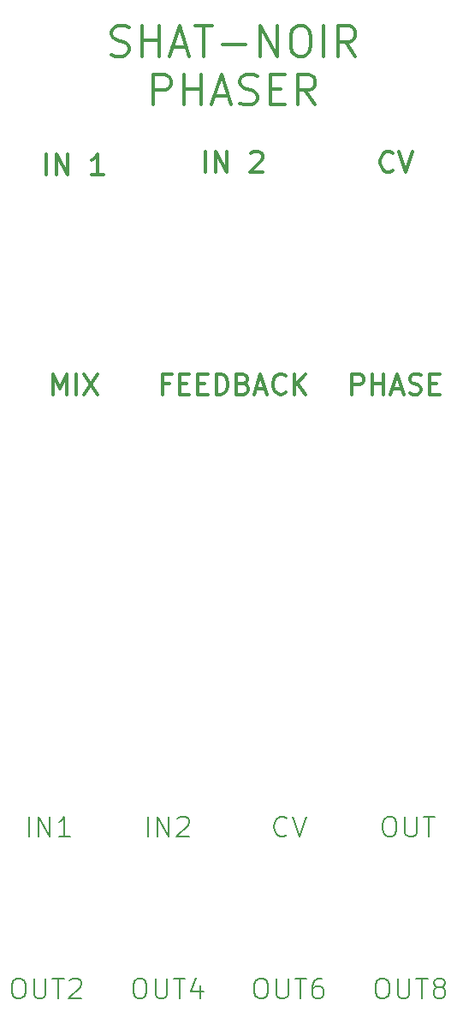
<source format=gbr>
G04 #@! TF.GenerationSoftware,KiCad,Pcbnew,(5.1.9-0-10_14)*
G04 #@! TF.CreationDate,2021-02-15T21:42:09-08:00*
G04 #@! TF.ProjectId,shatnoir,73686174-6e6f-4697-922e-6b696361645f,rev?*
G04 #@! TF.SameCoordinates,Original*
G04 #@! TF.FileFunction,Legend,Top*
G04 #@! TF.FilePolarity,Positive*
%FSLAX46Y46*%
G04 Gerber Fmt 4.6, Leading zero omitted, Abs format (unit mm)*
G04 Created by KiCad (PCBNEW (5.1.9-0-10_14)) date 2021-02-15 21:42:09*
%MOMM*%
%LPD*%
G01*
G04 APERTURE LIST*
%ADD10C,0.200000*%
%ADD11C,0.300000*%
G04 APERTURE END LIST*
D10*
X39797619Y-95654761D02*
X40178571Y-95654761D01*
X40369047Y-95750000D01*
X40559523Y-95940476D01*
X40654761Y-96321428D01*
X40654761Y-96988095D01*
X40559523Y-97369047D01*
X40369047Y-97559523D01*
X40178571Y-97654761D01*
X39797619Y-97654761D01*
X39607142Y-97559523D01*
X39416666Y-97369047D01*
X39321428Y-96988095D01*
X39321428Y-96321428D01*
X39416666Y-95940476D01*
X39607142Y-95750000D01*
X39797619Y-95654761D01*
X41511904Y-95654761D02*
X41511904Y-97273809D01*
X41607142Y-97464285D01*
X41702380Y-97559523D01*
X41892857Y-97654761D01*
X42273809Y-97654761D01*
X42464285Y-97559523D01*
X42559523Y-97464285D01*
X42654761Y-97273809D01*
X42654761Y-95654761D01*
X43321428Y-95654761D02*
X44464285Y-95654761D01*
X43892857Y-97654761D02*
X43892857Y-95654761D01*
X45416666Y-96511904D02*
X45226190Y-96416666D01*
X45130952Y-96321428D01*
X45035714Y-96130952D01*
X45035714Y-96035714D01*
X45130952Y-95845238D01*
X45226190Y-95750000D01*
X45416666Y-95654761D01*
X45797619Y-95654761D01*
X45988095Y-95750000D01*
X46083333Y-95845238D01*
X46178571Y-96035714D01*
X46178571Y-96130952D01*
X46083333Y-96321428D01*
X45988095Y-96416666D01*
X45797619Y-96511904D01*
X45416666Y-96511904D01*
X45226190Y-96607142D01*
X45130952Y-96702380D01*
X45035714Y-96892857D01*
X45035714Y-97273809D01*
X45130952Y-97464285D01*
X45226190Y-97559523D01*
X45416666Y-97654761D01*
X45797619Y-97654761D01*
X45988095Y-97559523D01*
X46083333Y-97464285D01*
X46178571Y-97273809D01*
X46178571Y-96892857D01*
X46083333Y-96702380D01*
X45988095Y-96607142D01*
X45797619Y-96511904D01*
X27797619Y-95654761D02*
X28178571Y-95654761D01*
X28369047Y-95750000D01*
X28559523Y-95940476D01*
X28654761Y-96321428D01*
X28654761Y-96988095D01*
X28559523Y-97369047D01*
X28369047Y-97559523D01*
X28178571Y-97654761D01*
X27797619Y-97654761D01*
X27607142Y-97559523D01*
X27416666Y-97369047D01*
X27321428Y-96988095D01*
X27321428Y-96321428D01*
X27416666Y-95940476D01*
X27607142Y-95750000D01*
X27797619Y-95654761D01*
X29511904Y-95654761D02*
X29511904Y-97273809D01*
X29607142Y-97464285D01*
X29702380Y-97559523D01*
X29892857Y-97654761D01*
X30273809Y-97654761D01*
X30464285Y-97559523D01*
X30559523Y-97464285D01*
X30654761Y-97273809D01*
X30654761Y-95654761D01*
X31321428Y-95654761D02*
X32464285Y-95654761D01*
X31892857Y-97654761D02*
X31892857Y-95654761D01*
X33988095Y-95654761D02*
X33607142Y-95654761D01*
X33416666Y-95750000D01*
X33321428Y-95845238D01*
X33130952Y-96130952D01*
X33035714Y-96511904D01*
X33035714Y-97273809D01*
X33130952Y-97464285D01*
X33226190Y-97559523D01*
X33416666Y-97654761D01*
X33797619Y-97654761D01*
X33988095Y-97559523D01*
X34083333Y-97464285D01*
X34178571Y-97273809D01*
X34178571Y-96797619D01*
X34083333Y-96607142D01*
X33988095Y-96511904D01*
X33797619Y-96416666D01*
X33416666Y-96416666D01*
X33226190Y-96511904D01*
X33130952Y-96607142D01*
X33035714Y-96797619D01*
X15797619Y-95654761D02*
X16178571Y-95654761D01*
X16369047Y-95750000D01*
X16559523Y-95940476D01*
X16654761Y-96321428D01*
X16654761Y-96988095D01*
X16559523Y-97369047D01*
X16369047Y-97559523D01*
X16178571Y-97654761D01*
X15797619Y-97654761D01*
X15607142Y-97559523D01*
X15416666Y-97369047D01*
X15321428Y-96988095D01*
X15321428Y-96321428D01*
X15416666Y-95940476D01*
X15607142Y-95750000D01*
X15797619Y-95654761D01*
X17511904Y-95654761D02*
X17511904Y-97273809D01*
X17607142Y-97464285D01*
X17702380Y-97559523D01*
X17892857Y-97654761D01*
X18273809Y-97654761D01*
X18464285Y-97559523D01*
X18559523Y-97464285D01*
X18654761Y-97273809D01*
X18654761Y-95654761D01*
X19321428Y-95654761D02*
X20464285Y-95654761D01*
X19892857Y-97654761D02*
X19892857Y-95654761D01*
X21988095Y-96321428D02*
X21988095Y-97654761D01*
X21511904Y-95559523D02*
X21035714Y-96988095D01*
X22273809Y-96988095D01*
X3797619Y-95654761D02*
X4178571Y-95654761D01*
X4369047Y-95750000D01*
X4559523Y-95940476D01*
X4654761Y-96321428D01*
X4654761Y-96988095D01*
X4559523Y-97369047D01*
X4369047Y-97559523D01*
X4178571Y-97654761D01*
X3797619Y-97654761D01*
X3607142Y-97559523D01*
X3416666Y-97369047D01*
X3321428Y-96988095D01*
X3321428Y-96321428D01*
X3416666Y-95940476D01*
X3607142Y-95750000D01*
X3797619Y-95654761D01*
X5511904Y-95654761D02*
X5511904Y-97273809D01*
X5607142Y-97464285D01*
X5702380Y-97559523D01*
X5892857Y-97654761D01*
X6273809Y-97654761D01*
X6464285Y-97559523D01*
X6559523Y-97464285D01*
X6654761Y-97273809D01*
X6654761Y-95654761D01*
X7321428Y-95654761D02*
X8464285Y-95654761D01*
X7892857Y-97654761D02*
X7892857Y-95654761D01*
X9035714Y-95845238D02*
X9130952Y-95750000D01*
X9321428Y-95654761D01*
X9797619Y-95654761D01*
X9988095Y-95750000D01*
X10083333Y-95845238D01*
X10178571Y-96035714D01*
X10178571Y-96226190D01*
X10083333Y-96511904D01*
X8940476Y-97654761D01*
X10178571Y-97654761D01*
X40500000Y-79654761D02*
X40880952Y-79654761D01*
X41071428Y-79750000D01*
X41261904Y-79940476D01*
X41357142Y-80321428D01*
X41357142Y-80988095D01*
X41261904Y-81369047D01*
X41071428Y-81559523D01*
X40880952Y-81654761D01*
X40500000Y-81654761D01*
X40309523Y-81559523D01*
X40119047Y-81369047D01*
X40023809Y-80988095D01*
X40023809Y-80321428D01*
X40119047Y-79940476D01*
X40309523Y-79750000D01*
X40500000Y-79654761D01*
X42214285Y-79654761D02*
X42214285Y-81273809D01*
X42309523Y-81464285D01*
X42404761Y-81559523D01*
X42595238Y-81654761D01*
X42976190Y-81654761D01*
X43166666Y-81559523D01*
X43261904Y-81464285D01*
X43357142Y-81273809D01*
X43357142Y-79654761D01*
X44023809Y-79654761D02*
X45166666Y-79654761D01*
X44595238Y-81654761D02*
X44595238Y-79654761D01*
X30511904Y-81464285D02*
X30416666Y-81559523D01*
X30130952Y-81654761D01*
X29940476Y-81654761D01*
X29654761Y-81559523D01*
X29464285Y-81369047D01*
X29369047Y-81178571D01*
X29273809Y-80797619D01*
X29273809Y-80511904D01*
X29369047Y-80130952D01*
X29464285Y-79940476D01*
X29654761Y-79750000D01*
X29940476Y-79654761D01*
X30130952Y-79654761D01*
X30416666Y-79750000D01*
X30511904Y-79845238D01*
X31083333Y-79654761D02*
X31750000Y-81654761D01*
X32416666Y-79654761D01*
X16750000Y-81654761D02*
X16750000Y-79654761D01*
X17702380Y-81654761D02*
X17702380Y-79654761D01*
X18845238Y-81654761D01*
X18845238Y-79654761D01*
X19702380Y-79845238D02*
X19797619Y-79750000D01*
X19988095Y-79654761D01*
X20464285Y-79654761D01*
X20654761Y-79750000D01*
X20750000Y-79845238D01*
X20845238Y-80035714D01*
X20845238Y-80226190D01*
X20750000Y-80511904D01*
X19607142Y-81654761D01*
X20845238Y-81654761D01*
X5000000Y-81654761D02*
X5000000Y-79654761D01*
X5952380Y-81654761D02*
X5952380Y-79654761D01*
X7095238Y-81654761D01*
X7095238Y-79654761D01*
X9095238Y-81654761D02*
X7952380Y-81654761D01*
X8523809Y-81654761D02*
X8523809Y-79654761D01*
X8333333Y-79940476D01*
X8142857Y-80130952D01*
X7952380Y-80226190D01*
D11*
X13178571Y-4314285D02*
X13607142Y-4457142D01*
X14321428Y-4457142D01*
X14607142Y-4314285D01*
X14750000Y-4171428D01*
X14892857Y-3885714D01*
X14892857Y-3600000D01*
X14750000Y-3314285D01*
X14607142Y-3171428D01*
X14321428Y-3028571D01*
X13750000Y-2885714D01*
X13464285Y-2742857D01*
X13321428Y-2600000D01*
X13178571Y-2314285D01*
X13178571Y-2028571D01*
X13321428Y-1742857D01*
X13464285Y-1600000D01*
X13750000Y-1457142D01*
X14464285Y-1457142D01*
X14892857Y-1600000D01*
X16178571Y-4457142D02*
X16178571Y-1457142D01*
X16178571Y-2885714D02*
X17892857Y-2885714D01*
X17892857Y-4457142D02*
X17892857Y-1457142D01*
X19178571Y-3600000D02*
X20607142Y-3600000D01*
X18892857Y-4457142D02*
X19892857Y-1457142D01*
X20892857Y-4457142D01*
X21464285Y-1457142D02*
X23178571Y-1457142D01*
X22321428Y-4457142D02*
X22321428Y-1457142D01*
X24178571Y-3314285D02*
X26464285Y-3314285D01*
X27892857Y-4457142D02*
X27892857Y-1457142D01*
X29607142Y-4457142D01*
X29607142Y-1457142D01*
X31607142Y-1457142D02*
X32178571Y-1457142D01*
X32464285Y-1600000D01*
X32750000Y-1885714D01*
X32892857Y-2457142D01*
X32892857Y-3457142D01*
X32750000Y-4028571D01*
X32464285Y-4314285D01*
X32178571Y-4457142D01*
X31607142Y-4457142D01*
X31321428Y-4314285D01*
X31035714Y-4028571D01*
X30892857Y-3457142D01*
X30892857Y-2457142D01*
X31035714Y-1885714D01*
X31321428Y-1600000D01*
X31607142Y-1457142D01*
X34178571Y-4457142D02*
X34178571Y-1457142D01*
X37321428Y-4457142D02*
X36321428Y-3028571D01*
X35607142Y-4457142D02*
X35607142Y-1457142D01*
X36750000Y-1457142D01*
X37035714Y-1600000D01*
X37178571Y-1742857D01*
X37321428Y-2028571D01*
X37321428Y-2457142D01*
X37178571Y-2742857D01*
X37035714Y-2885714D01*
X36750000Y-3028571D01*
X35607142Y-3028571D01*
X17321428Y-9257142D02*
X17321428Y-6257142D01*
X18464285Y-6257142D01*
X18750000Y-6400000D01*
X18892857Y-6542857D01*
X19035714Y-6828571D01*
X19035714Y-7257142D01*
X18892857Y-7542857D01*
X18750000Y-7685714D01*
X18464285Y-7828571D01*
X17321428Y-7828571D01*
X20321428Y-9257142D02*
X20321428Y-6257142D01*
X20321428Y-7685714D02*
X22035714Y-7685714D01*
X22035714Y-9257142D02*
X22035714Y-6257142D01*
X23321428Y-8400000D02*
X24750000Y-8400000D01*
X23035714Y-9257142D02*
X24035714Y-6257142D01*
X25035714Y-9257142D01*
X25892857Y-9114285D02*
X26321428Y-9257142D01*
X27035714Y-9257142D01*
X27321428Y-9114285D01*
X27464285Y-8971428D01*
X27607142Y-8685714D01*
X27607142Y-8400000D01*
X27464285Y-8114285D01*
X27321428Y-7971428D01*
X27035714Y-7828571D01*
X26464285Y-7685714D01*
X26178571Y-7542857D01*
X26035714Y-7400000D01*
X25892857Y-7114285D01*
X25892857Y-6828571D01*
X26035714Y-6542857D01*
X26178571Y-6400000D01*
X26464285Y-6257142D01*
X27178571Y-6257142D01*
X27607142Y-6400000D01*
X28892857Y-7685714D02*
X29892857Y-7685714D01*
X30321428Y-9257142D02*
X28892857Y-9257142D01*
X28892857Y-6257142D01*
X30321428Y-6257142D01*
X33321428Y-9257142D02*
X32321428Y-7828571D01*
X31607142Y-9257142D02*
X31607142Y-6257142D01*
X32750000Y-6257142D01*
X33035714Y-6400000D01*
X33178571Y-6542857D01*
X33321428Y-6828571D01*
X33321428Y-7257142D01*
X33178571Y-7542857D01*
X33035714Y-7685714D01*
X32750000Y-7828571D01*
X31607142Y-7828571D01*
X6738095Y-16154761D02*
X6738095Y-14154761D01*
X7690476Y-16154761D02*
X7690476Y-14154761D01*
X8833333Y-16154761D01*
X8833333Y-14154761D01*
X12357142Y-16154761D02*
X11214285Y-16154761D01*
X11785714Y-16154761D02*
X11785714Y-14154761D01*
X11595238Y-14440476D01*
X11404761Y-14630952D01*
X11214285Y-14726190D01*
X22488095Y-15904761D02*
X22488095Y-13904761D01*
X23440476Y-15904761D02*
X23440476Y-13904761D01*
X24583333Y-15904761D01*
X24583333Y-13904761D01*
X26964285Y-14095238D02*
X27059523Y-14000000D01*
X27250000Y-13904761D01*
X27726190Y-13904761D01*
X27916666Y-14000000D01*
X28011904Y-14095238D01*
X28107142Y-14285714D01*
X28107142Y-14476190D01*
X28011904Y-14761904D01*
X26869047Y-15904761D01*
X28107142Y-15904761D01*
X41011904Y-15714285D02*
X40916666Y-15809523D01*
X40630952Y-15904761D01*
X40440476Y-15904761D01*
X40154761Y-15809523D01*
X39964285Y-15619047D01*
X39869047Y-15428571D01*
X39773809Y-15047619D01*
X39773809Y-14761904D01*
X39869047Y-14380952D01*
X39964285Y-14190476D01*
X40154761Y-14000000D01*
X40440476Y-13904761D01*
X40630952Y-13904761D01*
X40916666Y-14000000D01*
X41011904Y-14095238D01*
X41583333Y-13904761D02*
X42250000Y-15904761D01*
X42916666Y-13904761D01*
X36964285Y-37904761D02*
X36964285Y-35904761D01*
X37726190Y-35904761D01*
X37916666Y-36000000D01*
X38011904Y-36095238D01*
X38107142Y-36285714D01*
X38107142Y-36571428D01*
X38011904Y-36761904D01*
X37916666Y-36857142D01*
X37726190Y-36952380D01*
X36964285Y-36952380D01*
X38964285Y-37904761D02*
X38964285Y-35904761D01*
X38964285Y-36857142D02*
X40107142Y-36857142D01*
X40107142Y-37904761D02*
X40107142Y-35904761D01*
X40964285Y-37333333D02*
X41916666Y-37333333D01*
X40773809Y-37904761D02*
X41440476Y-35904761D01*
X42107142Y-37904761D01*
X42678571Y-37809523D02*
X42964285Y-37904761D01*
X43440476Y-37904761D01*
X43630952Y-37809523D01*
X43726190Y-37714285D01*
X43821428Y-37523809D01*
X43821428Y-37333333D01*
X43726190Y-37142857D01*
X43630952Y-37047619D01*
X43440476Y-36952380D01*
X43059523Y-36857142D01*
X42869047Y-36761904D01*
X42773809Y-36666666D01*
X42678571Y-36476190D01*
X42678571Y-36285714D01*
X42773809Y-36095238D01*
X42869047Y-36000000D01*
X43059523Y-35904761D01*
X43535714Y-35904761D01*
X43821428Y-36000000D01*
X44678571Y-36857142D02*
X45345238Y-36857142D01*
X45630952Y-37904761D02*
X44678571Y-37904761D01*
X44678571Y-35904761D01*
X45630952Y-35904761D01*
X18869047Y-36857142D02*
X18202380Y-36857142D01*
X18202380Y-37904761D02*
X18202380Y-35904761D01*
X19154761Y-35904761D01*
X19916666Y-36857142D02*
X20583333Y-36857142D01*
X20869047Y-37904761D02*
X19916666Y-37904761D01*
X19916666Y-35904761D01*
X20869047Y-35904761D01*
X21726190Y-36857142D02*
X22392857Y-36857142D01*
X22678571Y-37904761D02*
X21726190Y-37904761D01*
X21726190Y-35904761D01*
X22678571Y-35904761D01*
X23535714Y-37904761D02*
X23535714Y-35904761D01*
X24011904Y-35904761D01*
X24297619Y-36000000D01*
X24488095Y-36190476D01*
X24583333Y-36380952D01*
X24678571Y-36761904D01*
X24678571Y-37047619D01*
X24583333Y-37428571D01*
X24488095Y-37619047D01*
X24297619Y-37809523D01*
X24011904Y-37904761D01*
X23535714Y-37904761D01*
X26202380Y-36857142D02*
X26488095Y-36952380D01*
X26583333Y-37047619D01*
X26678571Y-37238095D01*
X26678571Y-37523809D01*
X26583333Y-37714285D01*
X26488095Y-37809523D01*
X26297619Y-37904761D01*
X25535714Y-37904761D01*
X25535714Y-35904761D01*
X26202380Y-35904761D01*
X26392857Y-36000000D01*
X26488095Y-36095238D01*
X26583333Y-36285714D01*
X26583333Y-36476190D01*
X26488095Y-36666666D01*
X26392857Y-36761904D01*
X26202380Y-36857142D01*
X25535714Y-36857142D01*
X27440476Y-37333333D02*
X28392857Y-37333333D01*
X27250000Y-37904761D02*
X27916666Y-35904761D01*
X28583333Y-37904761D01*
X30392857Y-37714285D02*
X30297619Y-37809523D01*
X30011904Y-37904761D01*
X29821428Y-37904761D01*
X29535714Y-37809523D01*
X29345238Y-37619047D01*
X29250000Y-37428571D01*
X29154761Y-37047619D01*
X29154761Y-36761904D01*
X29250000Y-36380952D01*
X29345238Y-36190476D01*
X29535714Y-36000000D01*
X29821428Y-35904761D01*
X30011904Y-35904761D01*
X30297619Y-36000000D01*
X30392857Y-36095238D01*
X31250000Y-37904761D02*
X31250000Y-35904761D01*
X32392857Y-37904761D02*
X31535714Y-36761904D01*
X32392857Y-35904761D02*
X31250000Y-37047619D01*
X7404761Y-37904761D02*
X7404761Y-35904761D01*
X8071428Y-37333333D01*
X8738095Y-35904761D01*
X8738095Y-37904761D01*
X9690476Y-37904761D02*
X9690476Y-35904761D01*
X10452380Y-35904761D02*
X11785714Y-37904761D01*
X11785714Y-35904761D02*
X10452380Y-37904761D01*
M02*

</source>
